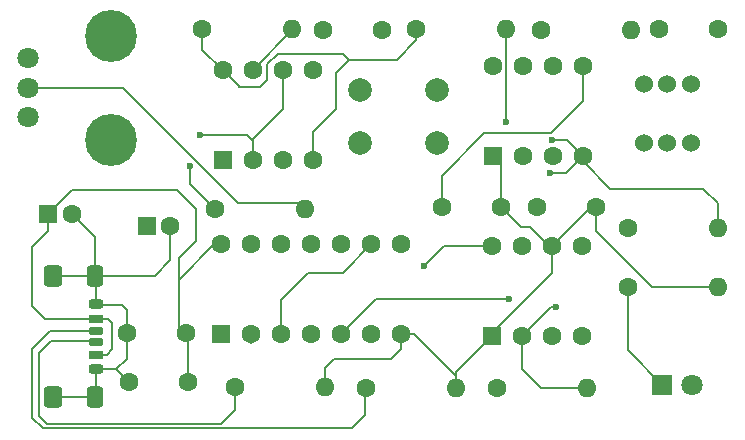
<source format=gbr>
%TF.GenerationSoftware,KiCad,Pcbnew,9.0.1*%
%TF.CreationDate,2025-05-04T07:23:11+02:00*%
%TF.ProjectId,clock-module,636c6f63-6b2d-46d6-9f64-756c652e6b69,rev?*%
%TF.SameCoordinates,Original*%
%TF.FileFunction,Copper,L1,Top*%
%TF.FilePolarity,Positive*%
%FSLAX46Y46*%
G04 Gerber Fmt 4.6, Leading zero omitted, Abs format (unit mm)*
G04 Created by KiCad (PCBNEW 9.0.1) date 2025-05-04 07:23:11*
%MOMM*%
%LPD*%
G01*
G04 APERTURE LIST*
G04 Aperture macros list*
%AMRoundRect*
0 Rectangle with rounded corners*
0 $1 Rounding radius*
0 $2 $3 $4 $5 $6 $7 $8 $9 X,Y pos of 4 corners*
0 Add a 4 corners polygon primitive as box body*
4,1,4,$2,$3,$4,$5,$6,$7,$8,$9,$2,$3,0*
0 Add four circle primitives for the rounded corners*
1,1,$1+$1,$2,$3*
1,1,$1+$1,$4,$5*
1,1,$1+$1,$6,$7*
1,1,$1+$1,$8,$9*
0 Add four rect primitives between the rounded corners*
20,1,$1+$1,$2,$3,$4,$5,0*
20,1,$1+$1,$4,$5,$6,$7,0*
20,1,$1+$1,$6,$7,$8,$9,0*
20,1,$1+$1,$8,$9,$2,$3,0*%
G04 Aperture macros list end*
%TA.AperFunction,ComponentPad*%
%ADD10C,1.600000*%
%TD*%
%TA.AperFunction,ComponentPad*%
%ADD11O,1.600000X1.600000*%
%TD*%
%TA.AperFunction,ComponentPad*%
%ADD12C,1.524000*%
%TD*%
%TA.AperFunction,ComponentPad*%
%ADD13R,1.800000X1.800000*%
%TD*%
%TA.AperFunction,ComponentPad*%
%ADD14C,1.800000*%
%TD*%
%TA.AperFunction,ComponentPad*%
%ADD15RoundRect,0.250000X0.550000X-0.550000X0.550000X0.550000X-0.550000X0.550000X-0.550000X-0.550000X0*%
%TD*%
%TA.AperFunction,SMDPad,CuDef*%
%ADD16RoundRect,0.175000X-0.425000X0.175000X-0.425000X-0.175000X0.425000X-0.175000X0.425000X0.175000X0*%
%TD*%
%TA.AperFunction,SMDPad,CuDef*%
%ADD17RoundRect,0.190000X0.410000X-0.190000X0.410000X0.190000X-0.410000X0.190000X-0.410000X-0.190000X0*%
%TD*%
%TA.AperFunction,SMDPad,CuDef*%
%ADD18RoundRect,0.200000X0.400000X-0.200000X0.400000X0.200000X-0.400000X0.200000X-0.400000X-0.200000X0*%
%TD*%
%TA.AperFunction,SMDPad,CuDef*%
%ADD19RoundRect,0.175000X0.425000X-0.175000X0.425000X0.175000X-0.425000X0.175000X-0.425000X-0.175000X0*%
%TD*%
%TA.AperFunction,SMDPad,CuDef*%
%ADD20RoundRect,0.190000X-0.410000X0.190000X-0.410000X-0.190000X0.410000X-0.190000X0.410000X0.190000X0*%
%TD*%
%TA.AperFunction,SMDPad,CuDef*%
%ADD21RoundRect,0.200000X-0.400000X0.200000X-0.400000X-0.200000X0.400000X-0.200000X0.400000X0.200000X0*%
%TD*%
%TA.AperFunction,SMDPad,CuDef*%
%ADD22RoundRect,0.250000X-0.425000X0.650000X-0.425000X-0.650000X0.425000X-0.650000X0.425000X0.650000X0*%
%TD*%
%TA.AperFunction,SMDPad,CuDef*%
%ADD23RoundRect,0.250000X-0.500000X0.650000X-0.500000X-0.650000X0.500000X-0.650000X0.500000X0.650000X0*%
%TD*%
%TA.AperFunction,ComponentPad*%
%ADD24C,2.000000*%
%TD*%
%TA.AperFunction,ComponentPad*%
%ADD25R,1.600000X1.600000*%
%TD*%
%TA.AperFunction,ComponentPad*%
%ADD26C,4.400000*%
%TD*%
%TA.AperFunction,ViaPad*%
%ADD27C,0.600000*%
%TD*%
%TA.AperFunction,Conductor*%
%ADD28C,0.200000*%
%TD*%
G04 APERTURE END LIST*
D10*
%TO.P,R7,1*%
%TO.N,VCC*%
X140665200Y-99822000D03*
D11*
%TO.P,R7,2*%
%TO.N,Net-(SW2-A)*%
X148285200Y-99822000D03*
%TD*%
D12*
%TO.P,SW2,1,A*%
%TO.N,Net-(SW2-A)*%
X153060400Y-79095600D03*
%TO.P,SW2,2,B*%
%TO.N,GND*%
X155060400Y-79095600D03*
%TO.P,SW2,3,C*%
%TO.N,Net-(SW2-C)*%
X157060400Y-79095600D03*
%TO.P,SW2,4*%
%TO.N,N/C*%
X153060400Y-74095600D03*
%TO.P,SW2,5*%
X155060400Y-74095600D03*
%TO.P,SW2,6*%
X157060400Y-74095600D03*
%TD*%
D13*
%TO.P,D1,1,K*%
%TO.N,Net-(D1-K)*%
X154610000Y-99575000D03*
D14*
%TO.P,D1,2,A*%
%TO.N,OUT_MUX*%
X157150000Y-99575000D03*
%TD*%
D15*
%TO.P,U3,1*%
%TO.N,OUT_A*%
X117297200Y-95295800D03*
D10*
%TO.P,U3,2*%
%TO.N,OUT_B*%
X119837200Y-95295800D03*
%TO.P,U3,3*%
%TO.N,Net-(U3-Pad3)*%
X122377200Y-95295800D03*
%TO.P,U3,4*%
%TO.N,OUT_B*%
X124917200Y-95295800D03*
%TO.P,U3,5*%
X127457200Y-95295800D03*
%TO.P,U3,6*%
%TO.N,Net-(U3-Pad13)*%
X129997200Y-95295800D03*
%TO.P,U3,7,GND*%
%TO.N,GND*%
X132537200Y-95295800D03*
%TO.P,U3,8*%
%TO.N,OUT_MUX*%
X132537200Y-87675800D03*
%TO.P,U3,9*%
%TO.N,Net-(U3-Pad3)*%
X129997200Y-87675800D03*
%TO.P,U3,10*%
%TO.N,Net-(U3-Pad10)*%
X127457200Y-87675800D03*
%TO.P,U3,11*%
X124917200Y-87675800D03*
%TO.P,U3,12*%
%TO.N,OUT_M*%
X122377200Y-87675800D03*
%TO.P,U3,13*%
%TO.N,Net-(U3-Pad13)*%
X119837200Y-87675800D03*
%TO.P,U3,14,VCC*%
%TO.N,VCC*%
X117297200Y-87675800D03*
%TD*%
%TO.P,R1,1*%
%TO.N,VCC*%
X115671600Y-69494400D03*
D11*
%TO.P,R1,2*%
%TO.N,Net-(U1-DIS)*%
X123291600Y-69494400D03*
%TD*%
D16*
%TO.P,J1,A5,CC1*%
%TO.N,Net-(J1-CC1)*%
X106657400Y-95009800D03*
D17*
%TO.P,J1,A9,VBUS*%
%TO.N,VCC*%
X106657400Y-97029800D03*
D18*
%TO.P,J1,A12,GND*%
%TO.N,GND*%
X106657400Y-98259800D03*
D19*
%TO.P,J1,B5,CC2*%
%TO.N,Net-(J1-CC2)*%
X106657400Y-96009800D03*
D20*
%TO.P,J1,B9,VBUS*%
%TO.N,VCC*%
X106657400Y-93989800D03*
D21*
%TO.P,J1,B12,GND*%
%TO.N,GND*%
X106657400Y-92759800D03*
D22*
%TO.P,J1,S1,SHIELD*%
X106602400Y-90384800D03*
D23*
X103022400Y-90384800D03*
D22*
X106602400Y-100634800D03*
D23*
X103022400Y-100634800D03*
%TD*%
D10*
%TO.P,R5,1*%
%TO.N,Net-(J1-CC2)*%
X118465600Y-99771200D03*
D11*
%TO.P,R5,2*%
%TO.N,GND*%
X126085600Y-99771200D03*
%TD*%
D15*
%TO.P,U2,1,GND*%
%TO.N,GND*%
X140258800Y-80213200D03*
D10*
%TO.P,U2,2,TR*%
%TO.N,Net-(U2-TR)*%
X142798800Y-80213200D03*
%TO.P,U2,3,Q*%
%TO.N,OUT_M*%
X145338800Y-80213200D03*
%TO.P,U2,4,R*%
%TO.N,VCC*%
X147878800Y-80213200D03*
%TO.P,U2,5,CV*%
%TO.N,Net-(U2-CV)*%
X147878800Y-72593200D03*
%TO.P,U2,6,THR*%
%TO.N,Net-(U2-DIS)*%
X145338800Y-72593200D03*
%TO.P,U2,7,DIS*%
X142798800Y-72593200D03*
%TO.P,U2,8,VCC*%
%TO.N,VCC*%
X140258800Y-72593200D03*
%TD*%
D15*
%TO.P,U1,1,GND*%
%TO.N,GND*%
X117386400Y-80552000D03*
D10*
%TO.P,U1,2,TR*%
%TO.N,Net-(U1-THR)*%
X119926400Y-80552000D03*
%TO.P,U1,3,Q*%
%TO.N,OUT_A*%
X122466400Y-80552000D03*
%TO.P,U1,4,R*%
%TO.N,VCC*%
X125006400Y-80552000D03*
%TO.P,U1,5,CV*%
%TO.N,Net-(U1-CV)*%
X125006400Y-72932000D03*
%TO.P,U1,6,THR*%
%TO.N,Net-(U1-THR)*%
X122466400Y-72932000D03*
%TO.P,U1,7,DIS*%
%TO.N,Net-(U1-DIS)*%
X119926400Y-72932000D03*
%TO.P,U1,8,VCC*%
%TO.N,VCC*%
X117386400Y-72932000D03*
%TD*%
%TO.P,C5,1*%
%TO.N,Net-(U2-CV)*%
X135930000Y-84531200D03*
%TO.P,C5,2*%
%TO.N,GND*%
X140930000Y-84531200D03*
%TD*%
D24*
%TO.P,SW1,1,1*%
%TO.N,GND*%
X129033200Y-74610400D03*
X135533200Y-74610400D03*
%TO.P,SW1,2,2*%
%TO.N,Net-(U2-TR)*%
X129033200Y-79110400D03*
X135533200Y-79110400D03*
%TD*%
D10*
%TO.P,R8,1*%
%TO.N,Net-(D1-K)*%
X151688800Y-91287600D03*
D11*
%TO.P,R8,2*%
%TO.N,GND*%
X159308800Y-91287600D03*
%TD*%
D10*
%TO.P,C2,1*%
%TO.N,VCC*%
X114463200Y-99314000D03*
%TO.P,C2,2*%
%TO.N,GND*%
X109463200Y-99314000D03*
%TD*%
D15*
%TO.P,U4,1,GND*%
%TO.N,GND*%
X140208000Y-95448200D03*
D10*
%TO.P,U4,2,TR*%
%TO.N,Net-(SW2-A)*%
X142748000Y-95448200D03*
%TO.P,U4,3,Q*%
%TO.N,OUT_B*%
X145288000Y-95448200D03*
%TO.P,U4,4,R*%
%TO.N,Net-(SW2-C)*%
X147828000Y-95448200D03*
%TO.P,U4,5,CV*%
%TO.N,Net-(U4-CV)*%
X147828000Y-87828200D03*
%TO.P,U4,6,THR*%
%TO.N,GND*%
X145288000Y-87828200D03*
%TO.P,U4,7,DIS*%
%TO.N,unconnected-(U4-DIS-Pad7)*%
X142748000Y-87828200D03*
%TO.P,U4,8,VCC*%
%TO.N,VCC*%
X140208000Y-87828200D03*
%TD*%
D25*
%TO.P,C7,1*%
%TO.N,Net-(U1-THR)*%
X110979200Y-86106000D03*
D10*
%TO.P,C7,2*%
%TO.N,GND*%
X112979200Y-86106000D03*
%TD*%
%TO.P,C4,1*%
%TO.N,Net-(U1-CV)*%
X125922400Y-69545200D03*
%TO.P,C4,2*%
%TO.N,GND*%
X130922400Y-69545200D03*
%TD*%
%TO.P,C3,1*%
%TO.N,VCC*%
X114299199Y-95208800D03*
%TO.P,C3,2*%
%TO.N,GND*%
X109299199Y-95208800D03*
%TD*%
D25*
%TO.P,C1,1*%
%TO.N,VCC*%
X102648000Y-85090000D03*
D10*
%TO.P,C1,2*%
%TO.N,GND*%
X104648000Y-85090000D03*
%TD*%
%TO.P,R9,1*%
%TO.N,Net-(SW2-C)*%
X151688800Y-86309200D03*
D11*
%TO.P,R9,2*%
%TO.N,VCC*%
X159308800Y-86309200D03*
%TD*%
D10*
%TO.P,C6,1*%
%TO.N,Net-(U2-DIS)*%
X144018000Y-84531200D03*
%TO.P,C6,2*%
%TO.N,GND*%
X149018000Y-84531200D03*
%TD*%
D14*
%TO.P,RV1,1,1*%
%TO.N,Net-(U1-THR)*%
X100950000Y-76953200D03*
%TO.P,RV1,2,2*%
%TO.N,Net-(R4-Pad2)*%
X100950000Y-74453200D03*
%TO.P,RV1,3,3*%
%TO.N,unconnected-(RV1-Pad3)*%
X100950000Y-71953200D03*
D26*
%TO.P,RV1,MP*%
%TO.N,N/C*%
X107950000Y-70053200D03*
X107950000Y-78853200D03*
%TD*%
D10*
%TO.P,R3,1*%
%TO.N,VCC*%
X144311800Y-69541000D03*
D11*
%TO.P,R3,2*%
%TO.N,Net-(U2-DIS)*%
X151931800Y-69541000D03*
%TD*%
D10*
%TO.P,R2,1*%
%TO.N,VCC*%
X133796200Y-69490200D03*
D11*
%TO.P,R2,2*%
%TO.N,Net-(U2-TR)*%
X141416200Y-69490200D03*
%TD*%
D10*
%TO.P,C8,1*%
%TO.N,Net-(U4-CV)*%
X154350000Y-69500000D03*
%TO.P,C8,2*%
%TO.N,GND*%
X159350000Y-69500000D03*
%TD*%
%TO.P,R6,1*%
%TO.N,Net-(J1-CC1)*%
X129540000Y-99822000D03*
D11*
%TO.P,R6,2*%
%TO.N,GND*%
X137160000Y-99822000D03*
%TD*%
D10*
%TO.P,R4,1*%
%TO.N,Net-(U1-DIS)*%
X116789200Y-84683600D03*
D11*
%TO.P,R4,2*%
%TO.N,Net-(R4-Pad2)*%
X124409200Y-84683600D03*
%TD*%
D27*
%TO.N,Net-(U1-THR)*%
X115475000Y-78425000D03*
%TO.N,VCC*%
X134425000Y-89575000D03*
X145075000Y-81625000D03*
X145275000Y-78900000D03*
%TO.N,Net-(U1-DIS)*%
X114675000Y-81050000D03*
%TO.N,Net-(SW2-A)*%
X145650000Y-93000000D03*
%TO.N,Net-(U2-TR)*%
X141375000Y-77375000D03*
%TO.N,OUT_B*%
X141650000Y-92350000D03*
%TD*%
D28*
%TO.N,GND*%
X143450000Y-86225000D02*
X142623800Y-86225000D01*
X112979200Y-89052400D02*
X112979200Y-86106000D01*
X131673600Y-97434400D02*
X132537200Y-96570800D01*
X126085600Y-98196400D02*
X126847600Y-97434400D01*
X106602400Y-90384800D02*
X111646800Y-90384800D01*
X137160000Y-98860000D02*
X133595800Y-95295800D01*
X106657400Y-90439800D02*
X106602400Y-90384800D01*
X103022400Y-100634800D02*
X106602400Y-100634800D01*
X106709200Y-92811600D02*
X106657400Y-92759800D01*
X109299199Y-93246399D02*
X108864400Y-92811600D01*
X145288000Y-87828200D02*
X145053200Y-87828200D01*
X145053200Y-87828200D02*
X143450000Y-86225000D01*
X137160000Y-99822000D02*
X137160000Y-98496200D01*
X148585000Y-84531200D02*
X149018000Y-84531200D01*
X106602400Y-87044400D02*
X104648000Y-85090000D01*
X142623800Y-86225000D02*
X140930000Y-84531200D01*
X106716900Y-100574000D02*
X106661900Y-100629000D01*
X159308800Y-91287600D02*
X153712600Y-91287600D01*
X106657400Y-98259800D02*
X108409000Y-98259800D01*
X133595800Y-95295800D02*
X132537200Y-95295800D01*
X109299199Y-97369601D02*
X108409000Y-98259800D01*
X126085600Y-99771200D02*
X126085600Y-98196400D01*
X137160000Y-98496200D02*
X140208000Y-95448200D01*
X145288000Y-87828200D02*
X148585000Y-84531200D01*
X103022400Y-90384800D02*
X106602400Y-90384800D01*
X106657400Y-100579800D02*
X106602400Y-100634800D01*
X140930000Y-80884400D02*
X140258800Y-80213200D01*
X108409000Y-98259800D02*
X109463200Y-99314000D01*
X137160000Y-99822000D02*
X137160000Y-98860000D01*
X109299199Y-95208800D02*
X109299199Y-97369601D01*
X126847600Y-97434400D02*
X131673600Y-97434400D01*
X149018000Y-86593000D02*
X149018000Y-84531200D01*
X106657400Y-92759800D02*
X106657400Y-90439800D01*
X145288000Y-90137000D02*
X145288000Y-87828200D01*
X140208000Y-95217000D02*
X145288000Y-90137000D01*
X106661900Y-89834000D02*
X106661900Y-90379000D01*
X111646800Y-90384800D02*
X112979200Y-89052400D01*
X106661900Y-92699000D02*
X106716900Y-92754000D01*
X140930000Y-84531200D02*
X140930000Y-80884400D01*
X132537200Y-96570800D02*
X132537200Y-95295800D01*
X153712600Y-91287600D02*
X149018000Y-86593000D01*
X108864400Y-92811600D02*
X106709200Y-92811600D01*
X109299199Y-95208800D02*
X109299199Y-93246399D01*
X140208000Y-95448200D02*
X140208000Y-95217000D01*
X106602400Y-90384800D02*
X106602400Y-87044400D01*
X106657400Y-98259800D02*
X106657400Y-100579800D01*
%TO.N,Net-(U1-THR)*%
X122466400Y-72932000D02*
X122466400Y-76233600D01*
X119926400Y-78926400D02*
X119926400Y-80552000D01*
X119926400Y-78773600D02*
X119926400Y-78926400D01*
X115475000Y-78425000D02*
X119425000Y-78425000D01*
X119425000Y-78425000D02*
X119926400Y-78926400D01*
X122466400Y-76233600D02*
X119926400Y-78773600D01*
%TO.N,VCC*%
X133796200Y-70428800D02*
X133796200Y-69490200D01*
X128125000Y-72075000D02*
X132150000Y-72075000D01*
X102331200Y-94000000D02*
X101244400Y-92913200D01*
X107655000Y-93989800D02*
X108051600Y-94386400D01*
X116692600Y-87675800D02*
X113690400Y-90678000D01*
X136171800Y-87828200D02*
X140208000Y-87828200D01*
X127550000Y-71550000D02*
X128100000Y-72100000D01*
X158100000Y-82975000D02*
X150225000Y-82975000D01*
X127025000Y-73175000D02*
X128100000Y-72100000D01*
X117386400Y-72932000D02*
X115671600Y-71217200D01*
X113500000Y-83075000D02*
X104663000Y-83075000D01*
X113690400Y-94600001D02*
X114299199Y-95208800D01*
X159308800Y-86309200D02*
X159308800Y-84183800D01*
X147878800Y-80628800D02*
X147878800Y-80213200D01*
X113690400Y-90678000D02*
X113690400Y-88859600D01*
X102648000Y-86531200D02*
X102648000Y-85090000D01*
X113690400Y-90678000D02*
X113690400Y-94600001D01*
X115671600Y-71217200D02*
X115671600Y-69494400D01*
X145075000Y-81625000D02*
X146467000Y-81625000D01*
X114463200Y-95372801D02*
X114299199Y-95208800D01*
X144278200Y-69691800D02*
X144115800Y-69529400D01*
X121150000Y-72450000D02*
X122050000Y-71550000D01*
X115150000Y-87400000D02*
X115150000Y-84725000D01*
X108051600Y-96570800D02*
X107592600Y-97029800D01*
X125006400Y-78218600D02*
X127025000Y-76200000D01*
X113690400Y-88859600D02*
X115150000Y-87400000D01*
X107592600Y-97029800D02*
X106657400Y-97029800D01*
X125006400Y-80552000D02*
X125006400Y-78218600D01*
X159308800Y-84183800D02*
X158100000Y-82975000D01*
X150225000Y-82975000D02*
X147878800Y-80628800D01*
X117297200Y-87675800D02*
X116692600Y-87675800D01*
X101244400Y-92913200D02*
X101244400Y-87934800D01*
X127025000Y-76200000D02*
X127025000Y-73175000D01*
X122050000Y-71550000D02*
X127550000Y-71550000D01*
X115150000Y-84725000D02*
X113500000Y-83075000D01*
X106657400Y-93989800D02*
X107655000Y-93989800D01*
X117386400Y-72932000D02*
X118775000Y-74320600D01*
X147845200Y-79741400D02*
X148340800Y-80237000D01*
X114463200Y-99314000D02*
X114463200Y-95372801D01*
X106657400Y-93989800D02*
X106647200Y-94000000D01*
X120575000Y-74375000D02*
X121150000Y-73800000D01*
X145275000Y-78900000D02*
X146565600Y-78900000D01*
X128100000Y-72100000D02*
X128125000Y-72075000D01*
X101244400Y-87934800D02*
X102648000Y-86531200D01*
X106647200Y-94000000D02*
X102331200Y-94000000D01*
X108051600Y-94386400D02*
X108051600Y-96570800D01*
X118775000Y-74375000D02*
X120575000Y-74375000D01*
X146467000Y-81625000D02*
X147878800Y-80213200D01*
X146565600Y-78900000D02*
X147878800Y-80213200D01*
X134425000Y-89575000D02*
X136171800Y-87828200D01*
X132150000Y-72075000D02*
X133796200Y-70428800D01*
X104663000Y-83075000D02*
X102648000Y-85090000D01*
X118775000Y-74320600D02*
X118775000Y-74375000D01*
X121150000Y-73800000D02*
X121150000Y-72450000D01*
%TO.N,Net-(D1-K)*%
X154610000Y-99575000D02*
X151688800Y-96653800D01*
X151688800Y-96653800D02*
X151688800Y-91287600D01*
%TO.N,Net-(U1-DIS)*%
X114675000Y-82569400D02*
X116789200Y-84683600D01*
X123291600Y-69494400D02*
X123291600Y-69566800D01*
X123291600Y-69566800D02*
X119926400Y-72932000D01*
X114675000Y-81050000D02*
X114675000Y-82569400D01*
%TO.N,Net-(U2-CV)*%
X139558961Y-78275000D02*
X145175000Y-78275000D01*
X145175000Y-78275000D02*
X147878800Y-75571200D01*
X135930000Y-84531200D02*
X135930000Y-81903961D01*
X135930000Y-81903961D02*
X139558961Y-78275000D01*
X147878800Y-75571200D02*
X147878800Y-72593200D01*
%TO.N,Net-(U2-DIS)*%
X145800800Y-72617000D02*
X145990800Y-72427000D01*
%TO.N,Net-(SW2-A)*%
X148285200Y-99822000D02*
X144347000Y-99822000D01*
X144347000Y-99822000D02*
X142748000Y-98223000D01*
X145650000Y-93000000D02*
X145196200Y-93000000D01*
X145196200Y-93000000D02*
X142748000Y-95448200D01*
X142748000Y-98223000D02*
X142748000Y-95448200D01*
%TO.N,Net-(U2-TR)*%
X141416200Y-77333800D02*
X141375000Y-77375000D01*
X141416200Y-69490200D02*
X141416200Y-77333800D01*
%TO.N,OUT_B*%
X127457200Y-95295800D02*
X130403000Y-92350000D01*
X119837200Y-95295800D02*
X119837200Y-96062200D01*
X130403000Y-92350000D02*
X141650000Y-92350000D01*
%TO.N,Net-(U4-CV)*%
X154350000Y-69500000D02*
X154350000Y-69525000D01*
%TO.N,Net-(J1-CC2)*%
X117290800Y-102876400D02*
X102520800Y-102876400D01*
X106558000Y-95910400D02*
X106657400Y-96009800D01*
X118465600Y-99771200D02*
X118465600Y-101701600D01*
X101854000Y-102209600D02*
X101854000Y-96926400D01*
X102870000Y-95910400D02*
X106558000Y-95910400D01*
X101854000Y-96926400D02*
X102870000Y-95910400D01*
X118465600Y-101701600D02*
X117290800Y-102876400D01*
X102520800Y-102876400D02*
X101854000Y-102209600D01*
%TO.N,Net-(J1-CC1)*%
X129438400Y-102158800D02*
X129438400Y-99923600D01*
X101244400Y-102362000D02*
X102158800Y-103276400D01*
X102158800Y-103276400D02*
X128320800Y-103276400D01*
X129438400Y-99923600D02*
X129540000Y-99822000D01*
X102754600Y-95009800D02*
X101244400Y-96520000D01*
X106657400Y-95009800D02*
X102754600Y-95009800D01*
X101244400Y-96520000D02*
X101244400Y-102362000D01*
X128320800Y-103276400D02*
X129438400Y-102158800D01*
%TO.N,Net-(R4-Pad2)*%
X108946400Y-74453200D02*
X118668800Y-84175600D01*
X123901200Y-84175600D02*
X124409200Y-84683600D01*
X118668800Y-84175600D02*
X123901200Y-84175600D01*
X100950000Y-74453200D02*
X108946400Y-74453200D01*
%TO.N,Net-(U3-Pad3)*%
X127573000Y-90100000D02*
X124650000Y-90100000D01*
X122377200Y-92372800D02*
X122377200Y-95295800D01*
X129997200Y-87675800D02*
X127573000Y-90100000D01*
X124650000Y-90100000D02*
X122377200Y-92372800D01*
%TD*%
M02*

</source>
